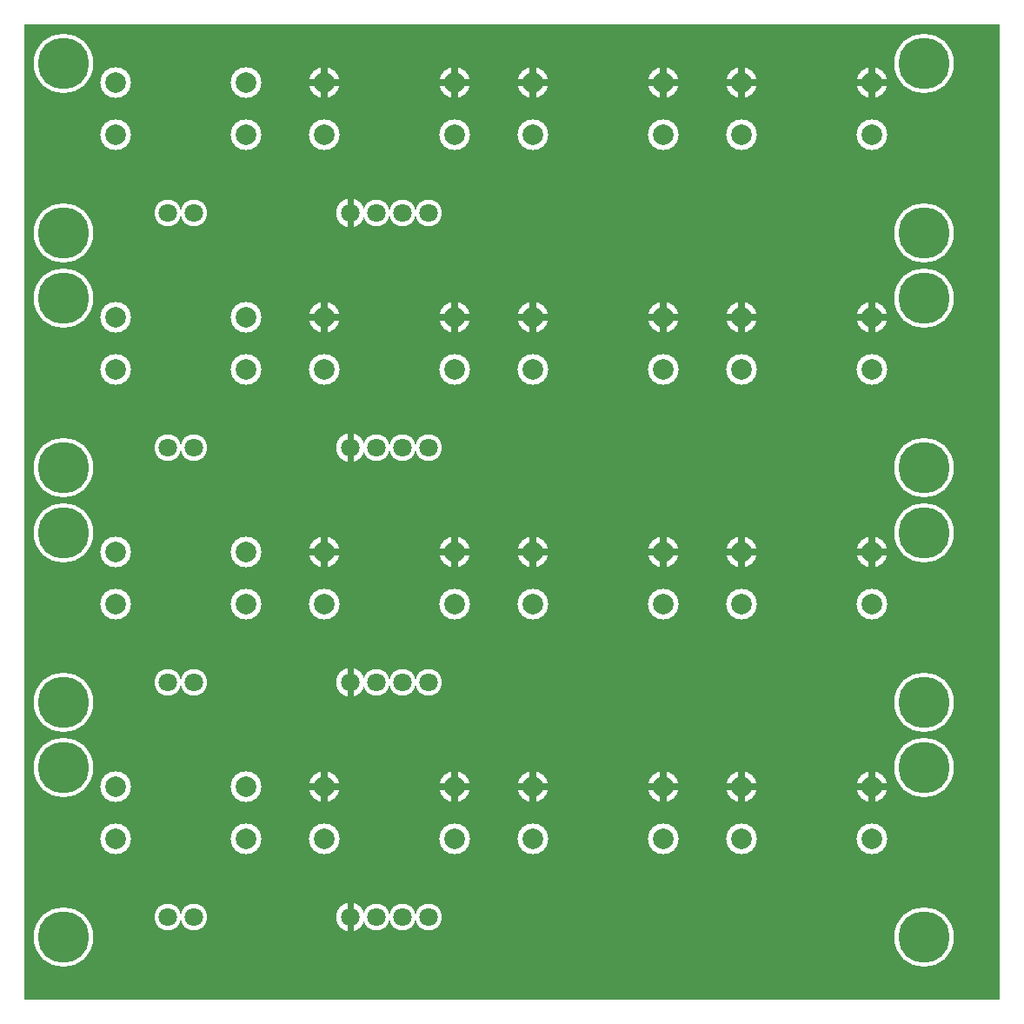
<source format=gbr>
%FSLAX34Y34*%
%MOMM*%
%LNCOPPER_BOTTOM*%
G71*
G01*
%ADD10C, 3.000*%
%ADD11C, 2.600*%
%ADD12C, 5.800*%
%ADD13C, 2.600*%
%ADD14C, 2.800*%
%ADD15C, 3.000*%
%ADD16C, 0.600*%
%ADD17C, 0.667*%
%ADD18C, 2.000*%
%ADD19C, 1.800*%
%ADD20C, 5.000*%
%ADD21C, 1.800*%
%ADD22C, 2.000*%
%LPD*%
G36*
X-6350Y6350D02*
X943650Y6350D01*
X943650Y-943650D01*
X-6350Y-943650D01*
X-6350Y6350D01*
G37*
%LPC*%
X82550Y-50800D02*
G54D10*
D03*
X82550Y-101600D02*
G54D10*
D03*
X209550Y-50800D02*
G54D10*
D03*
X209550Y-101600D02*
G54D10*
D03*
X158750Y-177799D02*
G54D11*
D03*
X133350Y-177799D02*
G54D11*
D03*
X31750Y-31750D02*
G54D12*
D03*
X31750Y-196850D02*
G54D12*
D03*
X869950Y-196850D02*
G54D12*
D03*
X869950Y-31750D02*
G54D12*
D03*
X285750Y-50800D02*
G54D10*
D03*
X285750Y-101600D02*
G54D10*
D03*
X412750Y-50800D02*
G54D10*
D03*
X412750Y-101600D02*
G54D10*
D03*
X488950Y-50800D02*
G54D10*
D03*
X488950Y-101600D02*
G54D10*
D03*
X615950Y-50800D02*
G54D10*
D03*
X615950Y-101600D02*
G54D10*
D03*
X692150Y-50800D02*
G54D10*
D03*
X692150Y-101600D02*
G54D10*
D03*
X819150Y-50800D02*
G54D10*
D03*
X819150Y-101600D02*
G54D10*
D03*
X387350Y-177800D02*
G54D13*
D03*
X361950Y-177800D02*
G54D13*
D03*
X336550Y-177800D02*
G54D13*
D03*
X311150Y-177800D02*
G54D13*
D03*
X311150Y-177800D02*
G54D14*
D03*
X285750Y-50800D02*
G54D15*
D03*
X285750Y-50800D02*
G54D10*
D03*
X412750Y-50800D02*
G54D10*
D03*
X488950Y-50800D02*
G54D10*
D03*
X615950Y-50800D02*
G54D10*
D03*
X692150Y-50800D02*
G54D10*
D03*
X819150Y-50800D02*
G54D10*
D03*
X82550Y-279400D02*
G54D10*
D03*
X82550Y-330200D02*
G54D10*
D03*
X209550Y-279400D02*
G54D10*
D03*
X209550Y-330200D02*
G54D10*
D03*
X158750Y-406399D02*
G54D11*
D03*
X133350Y-406399D02*
G54D11*
D03*
X31750Y-260350D02*
G54D12*
D03*
X31750Y-425450D02*
G54D12*
D03*
X869950Y-425450D02*
G54D12*
D03*
X869950Y-260350D02*
G54D12*
D03*
X285750Y-279400D02*
G54D10*
D03*
X285750Y-330200D02*
G54D10*
D03*
X412750Y-279400D02*
G54D10*
D03*
X412750Y-330200D02*
G54D10*
D03*
X488950Y-279400D02*
G54D10*
D03*
X488950Y-330200D02*
G54D10*
D03*
X615950Y-279400D02*
G54D10*
D03*
X615950Y-330200D02*
G54D10*
D03*
X692150Y-279400D02*
G54D10*
D03*
X692150Y-330200D02*
G54D10*
D03*
X819150Y-279400D02*
G54D10*
D03*
X819150Y-330200D02*
G54D10*
D03*
X387350Y-406400D02*
G54D13*
D03*
X361950Y-406400D02*
G54D13*
D03*
X336550Y-406400D02*
G54D13*
D03*
X311150Y-406400D02*
G54D13*
D03*
X311150Y-406400D02*
G54D14*
D03*
X285750Y-279400D02*
G54D15*
D03*
X285750Y-279400D02*
G54D10*
D03*
X412750Y-279400D02*
G54D10*
D03*
X488950Y-279400D02*
G54D10*
D03*
X615950Y-279400D02*
G54D10*
D03*
X692150Y-279400D02*
G54D10*
D03*
X819150Y-279400D02*
G54D10*
D03*
X82550Y-508000D02*
G54D10*
D03*
X82550Y-558800D02*
G54D10*
D03*
X209550Y-508000D02*
G54D10*
D03*
X209550Y-558800D02*
G54D10*
D03*
X158750Y-634999D02*
G54D11*
D03*
X133350Y-634999D02*
G54D11*
D03*
X31750Y-488950D02*
G54D12*
D03*
X31750Y-654050D02*
G54D12*
D03*
X869950Y-654050D02*
G54D12*
D03*
X869950Y-488950D02*
G54D12*
D03*
X285750Y-508000D02*
G54D10*
D03*
X285750Y-558800D02*
G54D10*
D03*
X412750Y-508000D02*
G54D10*
D03*
X412750Y-558800D02*
G54D10*
D03*
X488950Y-508000D02*
G54D10*
D03*
X488950Y-558800D02*
G54D10*
D03*
X615950Y-508000D02*
G54D10*
D03*
X615950Y-558800D02*
G54D10*
D03*
X692150Y-508000D02*
G54D10*
D03*
X692150Y-558800D02*
G54D10*
D03*
X819150Y-508000D02*
G54D10*
D03*
X819150Y-558800D02*
G54D10*
D03*
X387350Y-635000D02*
G54D13*
D03*
X361950Y-635000D02*
G54D13*
D03*
X336550Y-635000D02*
G54D13*
D03*
X311150Y-635000D02*
G54D13*
D03*
X311150Y-635000D02*
G54D14*
D03*
X285750Y-508000D02*
G54D15*
D03*
X285750Y-508000D02*
G54D10*
D03*
X412750Y-508000D02*
G54D10*
D03*
X488950Y-508000D02*
G54D10*
D03*
X615950Y-508000D02*
G54D10*
D03*
X692150Y-508000D02*
G54D10*
D03*
X819150Y-508000D02*
G54D10*
D03*
X82550Y-736600D02*
G54D10*
D03*
X82550Y-787400D02*
G54D10*
D03*
X209550Y-736600D02*
G54D10*
D03*
X209550Y-787400D02*
G54D10*
D03*
X158750Y-863599D02*
G54D11*
D03*
X133350Y-863599D02*
G54D11*
D03*
X31750Y-717550D02*
G54D12*
D03*
X31750Y-882650D02*
G54D12*
D03*
X869950Y-882650D02*
G54D12*
D03*
X869950Y-717550D02*
G54D12*
D03*
X285750Y-736600D02*
G54D10*
D03*
X285750Y-787400D02*
G54D10*
D03*
X412750Y-736600D02*
G54D10*
D03*
X412750Y-787400D02*
G54D10*
D03*
X488950Y-736600D02*
G54D10*
D03*
X488950Y-787400D02*
G54D10*
D03*
X615950Y-736600D02*
G54D10*
D03*
X615950Y-787400D02*
G54D10*
D03*
X692150Y-736600D02*
G54D10*
D03*
X692150Y-787400D02*
G54D10*
D03*
X819150Y-736600D02*
G54D10*
D03*
X819150Y-787400D02*
G54D10*
D03*
X387350Y-863600D02*
G54D13*
D03*
X361950Y-863600D02*
G54D13*
D03*
X336550Y-863600D02*
G54D13*
D03*
X311150Y-863600D02*
G54D13*
D03*
X311150Y-863600D02*
G54D14*
D03*
X285750Y-736600D02*
G54D15*
D03*
X285750Y-736600D02*
G54D10*
D03*
X412750Y-736600D02*
G54D10*
D03*
X488950Y-736600D02*
G54D10*
D03*
X615950Y-736600D02*
G54D10*
D03*
X692150Y-736600D02*
G54D10*
D03*
X819150Y-736600D02*
G54D10*
D03*
%LPD*%
G54D16*
G36*
X308150Y-177800D02*
X308150Y-163300D01*
X314150Y-163300D01*
X314150Y-177800D01*
X308150Y-177800D01*
G37*
G36*
X314150Y-177800D02*
X314150Y-192300D01*
X308150Y-192300D01*
X308150Y-177800D01*
X314150Y-177800D01*
G37*
G54D17*
G36*
X282417Y-50800D02*
X282417Y-35300D01*
X289083Y-35300D01*
X289083Y-50800D01*
X282417Y-50800D01*
G37*
G36*
X285750Y-47467D02*
X301250Y-47467D01*
X301250Y-54133D01*
X285750Y-54133D01*
X285750Y-47467D01*
G37*
G36*
X289083Y-50800D02*
X289083Y-66300D01*
X282417Y-66300D01*
X282417Y-50800D01*
X289083Y-50800D01*
G37*
G36*
X285750Y-54133D02*
X270250Y-54133D01*
X270250Y-47467D01*
X285750Y-47467D01*
X285750Y-54133D01*
G37*
G54D17*
G36*
X409417Y-50800D02*
X409417Y-35300D01*
X416083Y-35300D01*
X416083Y-50800D01*
X409417Y-50800D01*
G37*
G36*
X412750Y-47467D02*
X428250Y-47467D01*
X428250Y-54133D01*
X412750Y-54133D01*
X412750Y-47467D01*
G37*
G36*
X416083Y-50800D02*
X416083Y-66300D01*
X409417Y-66300D01*
X409417Y-50800D01*
X416083Y-50800D01*
G37*
G36*
X412750Y-54133D02*
X397250Y-54133D01*
X397250Y-47467D01*
X412750Y-47467D01*
X412750Y-54133D01*
G37*
G54D17*
G36*
X485617Y-50800D02*
X485617Y-35300D01*
X492283Y-35300D01*
X492283Y-50800D01*
X485617Y-50800D01*
G37*
G36*
X488950Y-47467D02*
X504450Y-47467D01*
X504450Y-54133D01*
X488950Y-54133D01*
X488950Y-47467D01*
G37*
G36*
X492283Y-50800D02*
X492283Y-66300D01*
X485617Y-66300D01*
X485617Y-50800D01*
X492283Y-50800D01*
G37*
G36*
X488950Y-54133D02*
X473450Y-54133D01*
X473450Y-47467D01*
X488950Y-47467D01*
X488950Y-54133D01*
G37*
G54D17*
G36*
X612617Y-50800D02*
X612617Y-35300D01*
X619283Y-35300D01*
X619283Y-50800D01*
X612617Y-50800D01*
G37*
G36*
X615950Y-47467D02*
X631450Y-47467D01*
X631450Y-54133D01*
X615950Y-54133D01*
X615950Y-47467D01*
G37*
G36*
X619283Y-50800D02*
X619283Y-66300D01*
X612617Y-66300D01*
X612617Y-50800D01*
X619283Y-50800D01*
G37*
G36*
X615950Y-54133D02*
X600450Y-54133D01*
X600450Y-47467D01*
X615950Y-47467D01*
X615950Y-54133D01*
G37*
G54D17*
G36*
X688817Y-50800D02*
X688817Y-35300D01*
X695483Y-35300D01*
X695483Y-50800D01*
X688817Y-50800D01*
G37*
G36*
X692150Y-47467D02*
X707650Y-47467D01*
X707650Y-54133D01*
X692150Y-54133D01*
X692150Y-47467D01*
G37*
G36*
X695483Y-50800D02*
X695483Y-66300D01*
X688817Y-66300D01*
X688817Y-50800D01*
X695483Y-50800D01*
G37*
G36*
X692150Y-54133D02*
X676650Y-54133D01*
X676650Y-47467D01*
X692150Y-47467D01*
X692150Y-54133D01*
G37*
G54D17*
G36*
X815817Y-50800D02*
X815817Y-35300D01*
X822483Y-35300D01*
X822483Y-50800D01*
X815817Y-50800D01*
G37*
G36*
X819150Y-47467D02*
X834650Y-47467D01*
X834650Y-54133D01*
X819150Y-54133D01*
X819150Y-47467D01*
G37*
G36*
X822483Y-50800D02*
X822483Y-66300D01*
X815817Y-66300D01*
X815817Y-50800D01*
X822483Y-50800D01*
G37*
G36*
X819150Y-54133D02*
X803650Y-54133D01*
X803650Y-47467D01*
X819150Y-47467D01*
X819150Y-54133D01*
G37*
G54D16*
G36*
X308150Y-406400D02*
X308150Y-391900D01*
X314150Y-391900D01*
X314150Y-406400D01*
X308150Y-406400D01*
G37*
G36*
X314150Y-406400D02*
X314150Y-420900D01*
X308150Y-420900D01*
X308150Y-406400D01*
X314150Y-406400D01*
G37*
G54D17*
G36*
X282417Y-279400D02*
X282417Y-263900D01*
X289083Y-263900D01*
X289083Y-279400D01*
X282417Y-279400D01*
G37*
G36*
X285750Y-276067D02*
X301250Y-276067D01*
X301250Y-282733D01*
X285750Y-282733D01*
X285750Y-276067D01*
G37*
G36*
X289083Y-279400D02*
X289083Y-294900D01*
X282417Y-294900D01*
X282417Y-279400D01*
X289083Y-279400D01*
G37*
G36*
X285750Y-282733D02*
X270250Y-282733D01*
X270250Y-276067D01*
X285750Y-276067D01*
X285750Y-282733D01*
G37*
G54D17*
G36*
X409417Y-279400D02*
X409417Y-263900D01*
X416083Y-263900D01*
X416083Y-279400D01*
X409417Y-279400D01*
G37*
G36*
X412750Y-276067D02*
X428250Y-276067D01*
X428250Y-282733D01*
X412750Y-282733D01*
X412750Y-276067D01*
G37*
G36*
X416083Y-279400D02*
X416083Y-294900D01*
X409417Y-294900D01*
X409417Y-279400D01*
X416083Y-279400D01*
G37*
G36*
X412750Y-282733D02*
X397250Y-282733D01*
X397250Y-276067D01*
X412750Y-276067D01*
X412750Y-282733D01*
G37*
G54D17*
G36*
X485617Y-279400D02*
X485617Y-263900D01*
X492283Y-263900D01*
X492283Y-279400D01*
X485617Y-279400D01*
G37*
G36*
X488950Y-276067D02*
X504450Y-276067D01*
X504450Y-282733D01*
X488950Y-282733D01*
X488950Y-276067D01*
G37*
G36*
X492283Y-279400D02*
X492283Y-294900D01*
X485617Y-294900D01*
X485617Y-279400D01*
X492283Y-279400D01*
G37*
G36*
X488950Y-282733D02*
X473450Y-282733D01*
X473450Y-276067D01*
X488950Y-276067D01*
X488950Y-282733D01*
G37*
G54D17*
G36*
X612617Y-279400D02*
X612617Y-263900D01*
X619283Y-263900D01*
X619283Y-279400D01*
X612617Y-279400D01*
G37*
G36*
X615950Y-276067D02*
X631450Y-276067D01*
X631450Y-282733D01*
X615950Y-282733D01*
X615950Y-276067D01*
G37*
G36*
X619283Y-279400D02*
X619283Y-294900D01*
X612617Y-294900D01*
X612617Y-279400D01*
X619283Y-279400D01*
G37*
G36*
X615950Y-282733D02*
X600450Y-282733D01*
X600450Y-276067D01*
X615950Y-276067D01*
X615950Y-282733D01*
G37*
G54D17*
G36*
X688817Y-279400D02*
X688817Y-263900D01*
X695483Y-263900D01*
X695483Y-279400D01*
X688817Y-279400D01*
G37*
G36*
X692150Y-276067D02*
X707650Y-276067D01*
X707650Y-282733D01*
X692150Y-282733D01*
X692150Y-276067D01*
G37*
G36*
X695483Y-279400D02*
X695483Y-294900D01*
X688817Y-294900D01*
X688817Y-279400D01*
X695483Y-279400D01*
G37*
G36*
X692150Y-282733D02*
X676650Y-282733D01*
X676650Y-276067D01*
X692150Y-276067D01*
X692150Y-282733D01*
G37*
G54D17*
G36*
X815817Y-279400D02*
X815817Y-263900D01*
X822483Y-263900D01*
X822483Y-279400D01*
X815817Y-279400D01*
G37*
G36*
X819150Y-276067D02*
X834650Y-276067D01*
X834650Y-282733D01*
X819150Y-282733D01*
X819150Y-276067D01*
G37*
G36*
X822483Y-279400D02*
X822483Y-294900D01*
X815817Y-294900D01*
X815817Y-279400D01*
X822483Y-279400D01*
G37*
G36*
X819150Y-282733D02*
X803650Y-282733D01*
X803650Y-276067D01*
X819150Y-276067D01*
X819150Y-282733D01*
G37*
G54D16*
G36*
X308150Y-635000D02*
X308150Y-620500D01*
X314150Y-620500D01*
X314150Y-635000D01*
X308150Y-635000D01*
G37*
G36*
X314150Y-635000D02*
X314150Y-649500D01*
X308150Y-649500D01*
X308150Y-635000D01*
X314150Y-635000D01*
G37*
G54D17*
G36*
X282417Y-508000D02*
X282417Y-492500D01*
X289083Y-492500D01*
X289083Y-508000D01*
X282417Y-508000D01*
G37*
G36*
X285750Y-504667D02*
X301250Y-504667D01*
X301250Y-511333D01*
X285750Y-511333D01*
X285750Y-504667D01*
G37*
G36*
X289083Y-508000D02*
X289083Y-523500D01*
X282417Y-523500D01*
X282417Y-508000D01*
X289083Y-508000D01*
G37*
G36*
X285750Y-511333D02*
X270250Y-511333D01*
X270250Y-504667D01*
X285750Y-504667D01*
X285750Y-511333D01*
G37*
G54D17*
G36*
X409417Y-508000D02*
X409417Y-492500D01*
X416083Y-492500D01*
X416083Y-508000D01*
X409417Y-508000D01*
G37*
G36*
X412750Y-504667D02*
X428250Y-504667D01*
X428250Y-511333D01*
X412750Y-511333D01*
X412750Y-504667D01*
G37*
G36*
X416083Y-508000D02*
X416083Y-523500D01*
X409417Y-523500D01*
X409417Y-508000D01*
X416083Y-508000D01*
G37*
G36*
X412750Y-511333D02*
X397250Y-511333D01*
X397250Y-504667D01*
X412750Y-504667D01*
X412750Y-511333D01*
G37*
G54D17*
G36*
X485617Y-508000D02*
X485617Y-492500D01*
X492283Y-492500D01*
X492283Y-508000D01*
X485617Y-508000D01*
G37*
G36*
X488950Y-504667D02*
X504450Y-504667D01*
X504450Y-511333D01*
X488950Y-511333D01*
X488950Y-504667D01*
G37*
G36*
X492283Y-508000D02*
X492283Y-523500D01*
X485617Y-523500D01*
X485617Y-508000D01*
X492283Y-508000D01*
G37*
G36*
X488950Y-511333D02*
X473450Y-511333D01*
X473450Y-504667D01*
X488950Y-504667D01*
X488950Y-511333D01*
G37*
G54D17*
G36*
X612617Y-508000D02*
X612617Y-492500D01*
X619283Y-492500D01*
X619283Y-508000D01*
X612617Y-508000D01*
G37*
G36*
X615950Y-504667D02*
X631450Y-504667D01*
X631450Y-511333D01*
X615950Y-511333D01*
X615950Y-504667D01*
G37*
G36*
X619283Y-508000D02*
X619283Y-523500D01*
X612617Y-523500D01*
X612617Y-508000D01*
X619283Y-508000D01*
G37*
G36*
X615950Y-511333D02*
X600450Y-511333D01*
X600450Y-504667D01*
X615950Y-504667D01*
X615950Y-511333D01*
G37*
G54D17*
G36*
X688817Y-508000D02*
X688817Y-492500D01*
X695483Y-492500D01*
X695483Y-508000D01*
X688817Y-508000D01*
G37*
G36*
X692150Y-504667D02*
X707650Y-504667D01*
X707650Y-511333D01*
X692150Y-511333D01*
X692150Y-504667D01*
G37*
G36*
X695483Y-508000D02*
X695483Y-523500D01*
X688817Y-523500D01*
X688817Y-508000D01*
X695483Y-508000D01*
G37*
G36*
X692150Y-511333D02*
X676650Y-511333D01*
X676650Y-504667D01*
X692150Y-504667D01*
X692150Y-511333D01*
G37*
G54D17*
G36*
X815817Y-508000D02*
X815817Y-492500D01*
X822483Y-492500D01*
X822483Y-508000D01*
X815817Y-508000D01*
G37*
G36*
X819150Y-504667D02*
X834650Y-504667D01*
X834650Y-511333D01*
X819150Y-511333D01*
X819150Y-504667D01*
G37*
G36*
X822483Y-508000D02*
X822483Y-523500D01*
X815817Y-523500D01*
X815817Y-508000D01*
X822483Y-508000D01*
G37*
G36*
X819150Y-511333D02*
X803650Y-511333D01*
X803650Y-504667D01*
X819150Y-504667D01*
X819150Y-511333D01*
G37*
G54D16*
G36*
X308150Y-863600D02*
X308150Y-849100D01*
X314150Y-849100D01*
X314150Y-863600D01*
X308150Y-863600D01*
G37*
G36*
X314150Y-863600D02*
X314150Y-878100D01*
X308150Y-878100D01*
X308150Y-863600D01*
X314150Y-863600D01*
G37*
G54D17*
G36*
X282417Y-736600D02*
X282417Y-721100D01*
X289083Y-721100D01*
X289083Y-736600D01*
X282417Y-736600D01*
G37*
G36*
X285750Y-733267D02*
X301250Y-733267D01*
X301250Y-739933D01*
X285750Y-739933D01*
X285750Y-733267D01*
G37*
G36*
X289083Y-736600D02*
X289083Y-752100D01*
X282417Y-752100D01*
X282417Y-736600D01*
X289083Y-736600D01*
G37*
G36*
X285750Y-739933D02*
X270250Y-739933D01*
X270250Y-733267D01*
X285750Y-733267D01*
X285750Y-739933D01*
G37*
G54D17*
G36*
X409417Y-736600D02*
X409417Y-721100D01*
X416083Y-721100D01*
X416083Y-736600D01*
X409417Y-736600D01*
G37*
G36*
X412750Y-733267D02*
X428250Y-733267D01*
X428250Y-739933D01*
X412750Y-739933D01*
X412750Y-733267D01*
G37*
G36*
X416083Y-736600D02*
X416083Y-752100D01*
X409417Y-752100D01*
X409417Y-736600D01*
X416083Y-736600D01*
G37*
G36*
X412750Y-739933D02*
X397250Y-739933D01*
X397250Y-733267D01*
X412750Y-733267D01*
X412750Y-739933D01*
G37*
G54D17*
G36*
X485617Y-736600D02*
X485617Y-721100D01*
X492283Y-721100D01*
X492283Y-736600D01*
X485617Y-736600D01*
G37*
G36*
X488950Y-733267D02*
X504450Y-733267D01*
X504450Y-739933D01*
X488950Y-739933D01*
X488950Y-733267D01*
G37*
G36*
X492283Y-736600D02*
X492283Y-752100D01*
X485617Y-752100D01*
X485617Y-736600D01*
X492283Y-736600D01*
G37*
G36*
X488950Y-739933D02*
X473450Y-739933D01*
X473450Y-733267D01*
X488950Y-733267D01*
X488950Y-739933D01*
G37*
G54D17*
G36*
X612617Y-736600D02*
X612617Y-721100D01*
X619283Y-721100D01*
X619283Y-736600D01*
X612617Y-736600D01*
G37*
G36*
X615950Y-733267D02*
X631450Y-733267D01*
X631450Y-739933D01*
X615950Y-739933D01*
X615950Y-733267D01*
G37*
G36*
X619283Y-736600D02*
X619283Y-752100D01*
X612617Y-752100D01*
X612617Y-736600D01*
X619283Y-736600D01*
G37*
G36*
X615950Y-739933D02*
X600450Y-739933D01*
X600450Y-733267D01*
X615950Y-733267D01*
X615950Y-739933D01*
G37*
G54D17*
G36*
X688817Y-736600D02*
X688817Y-721100D01*
X695483Y-721100D01*
X695483Y-736600D01*
X688817Y-736600D01*
G37*
G36*
X692150Y-733267D02*
X707650Y-733267D01*
X707650Y-739933D01*
X692150Y-739933D01*
X692150Y-733267D01*
G37*
G36*
X695483Y-736600D02*
X695483Y-752100D01*
X688817Y-752100D01*
X688817Y-736600D01*
X695483Y-736600D01*
G37*
G36*
X692150Y-739933D02*
X676650Y-739933D01*
X676650Y-733267D01*
X692150Y-733267D01*
X692150Y-739933D01*
G37*
G54D17*
G36*
X815817Y-736600D02*
X815817Y-721100D01*
X822483Y-721100D01*
X822483Y-736600D01*
X815817Y-736600D01*
G37*
G36*
X819150Y-733267D02*
X834650Y-733267D01*
X834650Y-739933D01*
X819150Y-739933D01*
X819150Y-733267D01*
G37*
G36*
X822483Y-736600D02*
X822483Y-752100D01*
X815817Y-752100D01*
X815817Y-736600D01*
X822483Y-736600D01*
G37*
G36*
X819150Y-739933D02*
X803650Y-739933D01*
X803650Y-733267D01*
X819150Y-733267D01*
X819150Y-739933D01*
G37*
X82550Y-50800D02*
G54D18*
D03*
X82550Y-101600D02*
G54D18*
D03*
X209550Y-50800D02*
G54D18*
D03*
X209550Y-101600D02*
G54D18*
D03*
X158750Y-177799D02*
G54D19*
D03*
X133350Y-177799D02*
G54D19*
D03*
X31750Y-31750D02*
G54D20*
D03*
X31750Y-196850D02*
G54D20*
D03*
X869950Y-196850D02*
G54D20*
D03*
X869950Y-31750D02*
G54D20*
D03*
X285750Y-50800D02*
G54D18*
D03*
X285750Y-101600D02*
G54D18*
D03*
X412750Y-50800D02*
G54D18*
D03*
X412750Y-101600D02*
G54D18*
D03*
X488950Y-50800D02*
G54D18*
D03*
X488950Y-101600D02*
G54D18*
D03*
X615950Y-50800D02*
G54D18*
D03*
X615950Y-101600D02*
G54D18*
D03*
X692150Y-50800D02*
G54D18*
D03*
X692150Y-101600D02*
G54D18*
D03*
X819150Y-50800D02*
G54D18*
D03*
X819150Y-101600D02*
G54D18*
D03*
X387350Y-177800D02*
G54D21*
D03*
X361950Y-177800D02*
G54D21*
D03*
X336550Y-177800D02*
G54D21*
D03*
X311150Y-177800D02*
G54D21*
D03*
X311150Y-177800D02*
G54D19*
D03*
X285750Y-50800D02*
G54D22*
D03*
X285750Y-50800D02*
G54D18*
D03*
X412750Y-50800D02*
G54D18*
D03*
X488950Y-50800D02*
G54D18*
D03*
X615950Y-50800D02*
G54D18*
D03*
X692150Y-50800D02*
G54D18*
D03*
X819150Y-50800D02*
G54D18*
D03*
X82550Y-279400D02*
G54D18*
D03*
X82550Y-330200D02*
G54D18*
D03*
X209550Y-279400D02*
G54D18*
D03*
X209550Y-330200D02*
G54D18*
D03*
X158750Y-406399D02*
G54D19*
D03*
X133350Y-406399D02*
G54D19*
D03*
X31750Y-260350D02*
G54D20*
D03*
X31750Y-425450D02*
G54D20*
D03*
X869950Y-425450D02*
G54D20*
D03*
X869950Y-260350D02*
G54D20*
D03*
X285750Y-279400D02*
G54D18*
D03*
X285750Y-330200D02*
G54D18*
D03*
X412750Y-279400D02*
G54D18*
D03*
X412750Y-330200D02*
G54D18*
D03*
X488950Y-279400D02*
G54D18*
D03*
X488950Y-330200D02*
G54D18*
D03*
X615950Y-279400D02*
G54D18*
D03*
X615950Y-330200D02*
G54D18*
D03*
X692150Y-279400D02*
G54D18*
D03*
X692150Y-330200D02*
G54D18*
D03*
X819150Y-279400D02*
G54D18*
D03*
X819150Y-330200D02*
G54D18*
D03*
X387350Y-406400D02*
G54D21*
D03*
X361950Y-406400D02*
G54D21*
D03*
X336550Y-406400D02*
G54D21*
D03*
X311150Y-406400D02*
G54D21*
D03*
X311150Y-406400D02*
G54D19*
D03*
X285750Y-279400D02*
G54D22*
D03*
X285750Y-279400D02*
G54D18*
D03*
X412750Y-279400D02*
G54D18*
D03*
X488950Y-279400D02*
G54D18*
D03*
X615950Y-279400D02*
G54D18*
D03*
X692150Y-279400D02*
G54D18*
D03*
X819150Y-279400D02*
G54D18*
D03*
X82550Y-508000D02*
G54D18*
D03*
X82550Y-558800D02*
G54D18*
D03*
X209550Y-508000D02*
G54D18*
D03*
X209550Y-558800D02*
G54D18*
D03*
X158750Y-634999D02*
G54D19*
D03*
X133350Y-634999D02*
G54D19*
D03*
X31750Y-488950D02*
G54D20*
D03*
X31750Y-654050D02*
G54D20*
D03*
X869950Y-654050D02*
G54D20*
D03*
X869950Y-488950D02*
G54D20*
D03*
X285750Y-508000D02*
G54D18*
D03*
X285750Y-558800D02*
G54D18*
D03*
X412750Y-508000D02*
G54D18*
D03*
X412750Y-558800D02*
G54D18*
D03*
X488950Y-508000D02*
G54D18*
D03*
X488950Y-558800D02*
G54D18*
D03*
X615950Y-508000D02*
G54D18*
D03*
X615950Y-558800D02*
G54D18*
D03*
X692150Y-508000D02*
G54D18*
D03*
X692150Y-558800D02*
G54D18*
D03*
X819150Y-508000D02*
G54D18*
D03*
X819150Y-558800D02*
G54D18*
D03*
X387350Y-635000D02*
G54D21*
D03*
X361950Y-635000D02*
G54D21*
D03*
X336550Y-635000D02*
G54D21*
D03*
X311150Y-635000D02*
G54D21*
D03*
X311150Y-635000D02*
G54D19*
D03*
X285750Y-508000D02*
G54D22*
D03*
X285750Y-508000D02*
G54D18*
D03*
X412750Y-508000D02*
G54D18*
D03*
X488950Y-508000D02*
G54D18*
D03*
X615950Y-508000D02*
G54D18*
D03*
X692150Y-508000D02*
G54D18*
D03*
X819150Y-508000D02*
G54D18*
D03*
X82550Y-736600D02*
G54D18*
D03*
X82550Y-787400D02*
G54D18*
D03*
X209550Y-736600D02*
G54D18*
D03*
X209550Y-787400D02*
G54D18*
D03*
X158750Y-863599D02*
G54D19*
D03*
X133350Y-863599D02*
G54D19*
D03*
X31750Y-717550D02*
G54D20*
D03*
X31750Y-882650D02*
G54D20*
D03*
X869950Y-882650D02*
G54D20*
D03*
X869950Y-717550D02*
G54D20*
D03*
X285750Y-736600D02*
G54D18*
D03*
X285750Y-787400D02*
G54D18*
D03*
X412750Y-736600D02*
G54D18*
D03*
X412750Y-787400D02*
G54D18*
D03*
X488950Y-736600D02*
G54D18*
D03*
X488950Y-787400D02*
G54D18*
D03*
X615950Y-736600D02*
G54D18*
D03*
X615950Y-787400D02*
G54D18*
D03*
X692150Y-736600D02*
G54D18*
D03*
X692150Y-787400D02*
G54D18*
D03*
X819150Y-736600D02*
G54D18*
D03*
X819150Y-787400D02*
G54D18*
D03*
X387350Y-863600D02*
G54D21*
D03*
X361950Y-863600D02*
G54D21*
D03*
X336550Y-863600D02*
G54D21*
D03*
X311150Y-863600D02*
G54D21*
D03*
X311150Y-863600D02*
G54D19*
D03*
X285750Y-736600D02*
G54D22*
D03*
X285750Y-736600D02*
G54D18*
D03*
X412750Y-736600D02*
G54D18*
D03*
X488950Y-736600D02*
G54D18*
D03*
X615950Y-736600D02*
G54D18*
D03*
X692150Y-736600D02*
G54D18*
D03*
X819150Y-736600D02*
G54D18*
D03*
M02*

</source>
